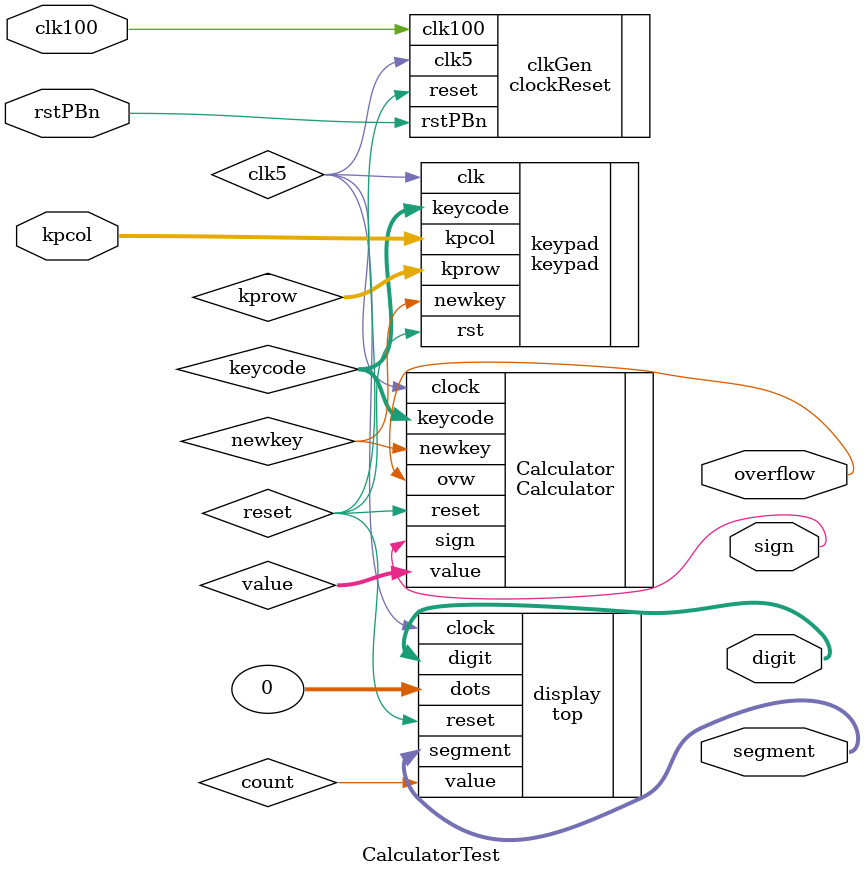
<source format=v>
module CalculatorTest(
        input clk100,        // 100 MHz clock from oscillator on board
        input rstPBn,        // reset signal, active low, from CPU RESET pushbutton
        input [3:0] kpcol,   // signal from keypad
        output [7:0] digit,  // digit controls - active low (7 on left, 0 on right)
        output [7:0] segment,// segment controls - active low (a b c d e f g p)
        output overflow,     // overflow warning signal
        output sign          // sign signal
        );

// ===========================================================================
// Internal Signals
    wire clk5;              // 5 MHz clock signal, buffered
    wire reset;             // internal reset signal, active high
    wire [3:0] kprow;       // drives keyad rows, 0 on top
    wire newkey;
    wire [4:0] keycode;
    wire [15:0] value;
               
// ===========================================================================
// Instantiate clock and reset generator, connect to signals
    clockReset  clkGen  (
            .clk100 (clk100),       // input clock at 100 MHz
            .rstPBn (rstPBn),       // input reset, active low
            .clk5   (clk5),         // output clock, 5 MHz
            .reset  (reset) );      // output reset, active high


// ==================================================================================
// Instantiate keypad interface
    keypad keypad (.clk(clk5),.rst(reset),.kpcol(kpcol),.kprow(kprow),.newkey(newkey),.keycode(keycode));
// ==================================================================================
// Instantiate display interface
    top display(.clock(clk5),.reset(reset),.value(count),.dots(0000),.segment(segment),.digit(digit) ); //Badly named display module from previous assignment

// ===========================================================================
// Instantiate Calculator
     Calculator Calculator(.clock(clk5),.reset(reset),.newkey(newkey),.keycode(keycode),.value(value),.ovw(overflow),.sign(sign));
endmodule

</source>
